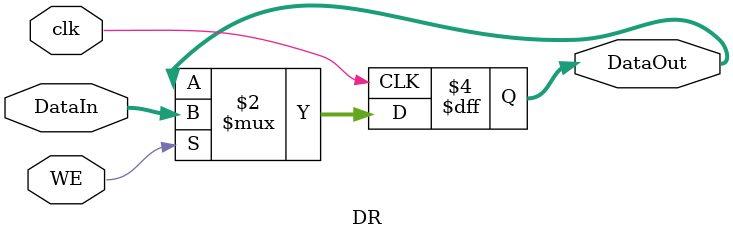
<source format=v>
module DR(
    input         clk,
    input         WE,
    input  [31:0] DataIn,
    output reg [31:0] DataOut
);
    always @(posedge clk) begin
        if (WE) begin
            DataOut <= DataIn;
        end
    end
endmodule
</source>
